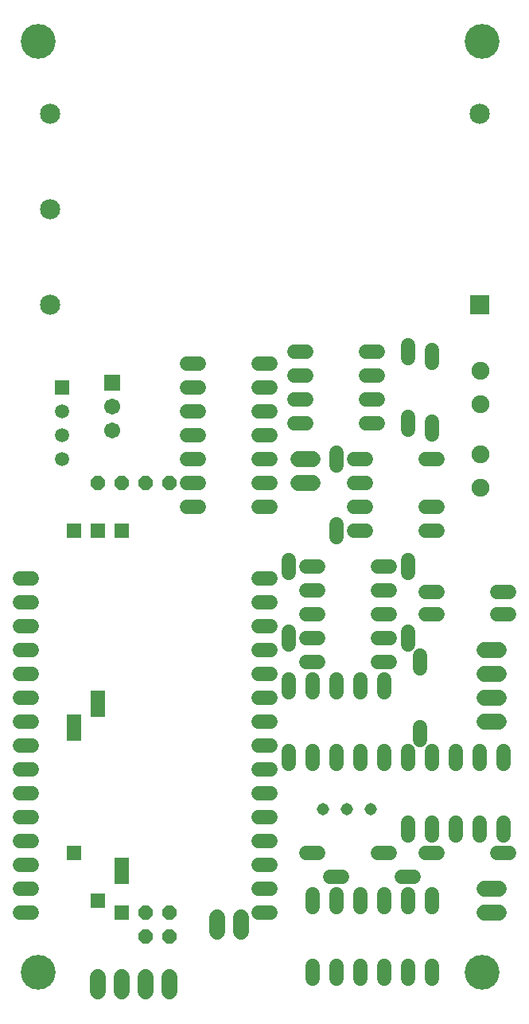
<source format=gbr>
G04 EAGLE Gerber RS-274X export*
G75*
%MOMM*%
%FSLAX34Y34*%
%LPD*%
%INSoldermask Bottom*%
%IPPOS*%
%AMOC8*
5,1,8,0,0,1.08239X$1,22.5*%
G01*
%ADD10C,3.703200*%
%ADD11P,1.640903X8X22.500000*%
%ADD12P,1.640903X8X202.500000*%
%ADD13C,1.516000*%
%ADD14C,1.503200*%
%ADD15R,2.153200X2.153200*%
%ADD16C,2.153200*%
%ADD17R,1.703200X1.703200*%
%ADD18C,1.703200*%
%ADD19C,1.312800*%
%ADD20R,1.503200X1.503200*%
%ADD21C,1.503200*%
%ADD22C,1.727200*%
%ADD23C,1.903200*%
%ADD24P,1.640903X8X292.500000*%
%ADD25R,1.565200X1.565200*%


D10*
X38100Y38100D03*
X510540Y38100D03*
X510540Y1028700D03*
X38100Y1028700D03*
D11*
X152400Y558800D03*
X177800Y558800D03*
D12*
X127000Y558800D03*
X101600Y558800D03*
D13*
X533400Y197064D02*
X533400Y183936D01*
X533400Y260136D02*
X533400Y273264D01*
X508000Y273264D02*
X508000Y260136D01*
X508000Y197064D02*
X508000Y183936D01*
X412964Y368300D02*
X399836Y368300D01*
X336764Y368300D02*
X323636Y368300D01*
X444500Y374864D02*
X444500Y361736D01*
X444500Y298664D02*
X444500Y285536D01*
X450636Y443230D02*
X463764Y443230D01*
X526836Y443230D02*
X539964Y443230D01*
X539964Y419100D02*
X526836Y419100D01*
X463764Y419100D02*
X450636Y419100D01*
X330200Y273264D02*
X330200Y260136D01*
X355600Y260136D02*
X355600Y273264D01*
X355600Y336336D02*
X355600Y349464D01*
X330200Y349464D02*
X330200Y336336D01*
X381000Y273264D02*
X381000Y260136D01*
X406400Y260136D02*
X406400Y273264D01*
X381000Y336336D02*
X381000Y349464D01*
X406400Y349464D02*
X406400Y336336D01*
X285964Y533400D02*
X272836Y533400D01*
X272836Y558800D02*
X285964Y558800D01*
X285964Y685800D02*
X272836Y685800D01*
X209764Y685800D02*
X196636Y685800D01*
X272836Y584200D02*
X285964Y584200D01*
X285964Y609600D02*
X272836Y609600D01*
X272836Y660400D02*
X285964Y660400D01*
X285964Y635000D02*
X272836Y635000D01*
X209764Y660400D02*
X196636Y660400D01*
X196636Y635000D02*
X209764Y635000D01*
X209764Y609600D02*
X196636Y609600D01*
X196636Y584200D02*
X209764Y584200D01*
X209764Y558800D02*
X196636Y558800D01*
X196636Y533400D02*
X209764Y533400D01*
D14*
X374500Y584200D02*
X387500Y584200D01*
X387500Y558800D02*
X374500Y558800D01*
X374500Y533400D02*
X387500Y533400D01*
X387500Y508000D02*
X374500Y508000D01*
X450700Y508000D02*
X463700Y508000D01*
X463700Y533400D02*
X450700Y533400D01*
X450700Y584200D02*
X463700Y584200D01*
D15*
X508000Y748900D03*
D16*
X508000Y952100D03*
X50800Y850500D03*
X50800Y748900D03*
X50800Y952100D03*
D17*
X117200Y665480D03*
D18*
X117200Y640080D03*
X117200Y614680D03*
D13*
X355600Y590764D02*
X355600Y577636D01*
X355600Y514564D02*
X355600Y501436D01*
X349036Y139700D02*
X362164Y139700D01*
X425236Y139700D02*
X438364Y139700D01*
X482600Y183936D02*
X482600Y197064D01*
X482600Y260136D02*
X482600Y273264D01*
X431800Y463336D02*
X431800Y476464D01*
X431800Y400264D02*
X431800Y387136D01*
X412964Y419100D02*
X399836Y419100D01*
X336764Y419100D02*
X323636Y419100D01*
X323636Y393700D02*
X336764Y393700D01*
X399836Y393700D02*
X412964Y393700D01*
X336764Y469900D02*
X323636Y469900D01*
X399836Y469900D02*
X412964Y469900D01*
X304800Y400264D02*
X304800Y387136D01*
X304800Y463336D02*
X304800Y476464D01*
X304800Y349464D02*
X304800Y336336D01*
X304800Y273264D02*
X304800Y260136D01*
D19*
X392430Y212090D03*
X367030Y212090D03*
X341630Y212090D03*
D13*
X457200Y197064D02*
X457200Y183936D01*
X457200Y260136D02*
X457200Y273264D01*
X412964Y165100D02*
X399836Y165100D01*
X336764Y165100D02*
X323636Y165100D01*
D20*
X63500Y660400D03*
D21*
X63500Y635000D03*
X63500Y609600D03*
X63500Y584200D03*
D13*
X31964Y457200D02*
X18836Y457200D01*
X18836Y431800D02*
X31964Y431800D01*
X31964Y406400D02*
X18836Y406400D01*
X18836Y381000D02*
X31964Y381000D01*
X31964Y355600D02*
X18836Y355600D01*
X18836Y330200D02*
X31964Y330200D01*
X31964Y304800D02*
X18836Y304800D01*
X18836Y279400D02*
X31964Y279400D01*
X31964Y254000D02*
X18836Y254000D01*
X18836Y228600D02*
X31964Y228600D01*
X31964Y203200D02*
X18836Y203200D01*
X18836Y177800D02*
X31964Y177800D01*
X31964Y152400D02*
X18836Y152400D01*
X18836Y127000D02*
X31964Y127000D01*
X31964Y101600D02*
X18836Y101600D01*
X272836Y101600D02*
X285964Y101600D01*
X285964Y127000D02*
X272836Y127000D01*
X272836Y152400D02*
X285964Y152400D01*
X285964Y177800D02*
X272836Y177800D01*
X272836Y203200D02*
X285964Y203200D01*
X285964Y228600D02*
X272836Y228600D01*
X272836Y254000D02*
X285964Y254000D01*
X285964Y279400D02*
X272836Y279400D01*
X272836Y304800D02*
X285964Y304800D01*
X285964Y330200D02*
X272836Y330200D01*
X272836Y355600D02*
X285964Y355600D01*
X285964Y381000D02*
X272836Y381000D01*
X272836Y406400D02*
X285964Y406400D01*
X285964Y431800D02*
X272836Y431800D01*
X272836Y457200D02*
X285964Y457200D01*
D22*
X513080Y127000D02*
X528320Y127000D01*
X528320Y101600D02*
X513080Y101600D01*
X513080Y355600D02*
X528320Y355600D01*
X528320Y330200D02*
X513080Y330200D01*
X513080Y304800D02*
X528320Y304800D01*
X528320Y381000D02*
X513080Y381000D01*
D23*
X509000Y642900D03*
X509000Y677900D03*
X509000Y554000D03*
X509000Y589000D03*
D22*
X330200Y558800D02*
X314960Y558800D01*
X314960Y584200D02*
X330200Y584200D01*
D13*
X399836Y444500D02*
X412964Y444500D01*
X336764Y444500D02*
X323636Y444500D01*
D22*
X254000Y96520D02*
X254000Y81280D01*
X228600Y81280D02*
X228600Y96520D01*
D13*
X431800Y260136D02*
X431800Y273264D01*
X431800Y197064D02*
X431800Y183936D01*
D22*
X152400Y33020D02*
X152400Y17780D01*
X127000Y17780D02*
X127000Y33020D01*
X101600Y33020D02*
X101600Y17780D01*
X177800Y17780D02*
X177800Y33020D01*
D13*
X457200Y31536D02*
X457200Y44664D01*
X457200Y107736D02*
X457200Y120864D01*
X330200Y44664D02*
X330200Y31536D01*
X355600Y31536D02*
X355600Y44664D01*
X355600Y107736D02*
X355600Y120864D01*
X330200Y120864D02*
X330200Y107736D01*
X381000Y44664D02*
X381000Y31536D01*
X406400Y31536D02*
X406400Y44664D01*
X381000Y107736D02*
X381000Y120864D01*
X406400Y120864D02*
X406400Y107736D01*
X431800Y44664D02*
X431800Y31536D01*
X431800Y107736D02*
X431800Y120864D01*
D24*
X152400Y101600D03*
X152400Y76200D03*
X177800Y101600D03*
X177800Y76200D03*
D13*
X450636Y165100D02*
X463764Y165100D01*
X526836Y165100D02*
X539964Y165100D01*
X400264Y622300D02*
X387136Y622300D01*
X387136Y647700D02*
X400264Y647700D01*
X400264Y673100D02*
X387136Y673100D01*
X387136Y698500D02*
X400264Y698500D01*
X324064Y698500D02*
X310936Y698500D01*
X310936Y673100D02*
X324064Y673100D01*
X324064Y647700D02*
X310936Y647700D01*
X310936Y622300D02*
X324064Y622300D01*
X431800Y691936D02*
X431800Y705064D01*
X431800Y628864D02*
X431800Y615736D01*
X457200Y686856D02*
X457200Y699984D01*
X457200Y623784D02*
X457200Y610656D01*
D25*
X127000Y101600D03*
X127000Y508000D03*
X127000Y139700D03*
X127000Y152400D03*
X101600Y508000D03*
X101600Y114300D03*
X101600Y330200D03*
X101600Y317500D03*
X76200Y165100D03*
X76200Y508000D03*
X76200Y304800D03*
X76200Y292100D03*
M02*

</source>
